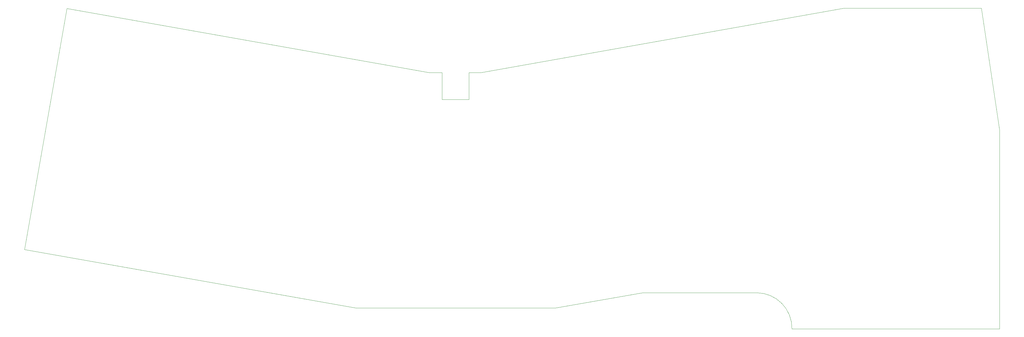
<source format=gbr>
%TF.GenerationSoftware,KiCad,Pcbnew,(6.0.9-0)*%
%TF.CreationDate,2023-02-13T21:26:22+01:00*%
%TF.ProjectId,pcb,7063622e-6b69-4636-9164-5f7063625858,rev?*%
%TF.SameCoordinates,Original*%
%TF.FileFunction,Profile,NP*%
%FSLAX46Y46*%
G04 Gerber Fmt 4.6, Leading zero omitted, Abs format (unit mm)*
G04 Created by KiCad (PCBNEW (6.0.9-0)) date 2023-02-13 21:26:22*
%MOMM*%
%LPD*%
G01*
G04 APERTURE LIST*
%TA.AperFunction,Profile*%
%ADD10C,0.100000*%
%TD*%
G04 APERTURE END LIST*
D10*
X186537600Y-41148000D02*
X186537600Y-49580800D01*
X194970400Y-49580800D02*
X194970400Y-41148000D01*
X182626000Y-41148000D02*
X186537600Y-41148000D01*
X360222800Y-121005600D02*
X360222800Y-59131200D01*
X249072400Y-109728000D02*
X284632400Y-109778800D01*
X159715200Y-114503200D02*
X221894400Y-114503200D01*
X360222800Y-59131200D02*
X354533200Y-21132800D01*
X354533200Y-21132800D02*
X311708800Y-21132800D01*
X56540400Y-96316800D02*
X159715200Y-114503200D01*
X295554405Y-121005600D02*
G75*
G03*
X284632400Y-109778800I-11026705J198800D01*
G01*
X69748400Y-21183600D02*
X56540400Y-96316800D01*
X295554400Y-121005600D02*
X352704400Y-121005600D01*
X311708800Y-21132800D02*
X198678800Y-41148000D01*
X221894400Y-114503200D02*
X249072400Y-109728000D01*
X182626000Y-41148000D02*
X69748400Y-21183600D01*
X194970400Y-41148000D02*
X198678800Y-41148000D01*
X186537600Y-49580800D02*
X194970400Y-49580800D01*
X352704400Y-121005600D02*
X360222800Y-121005600D01*
M02*

</source>
